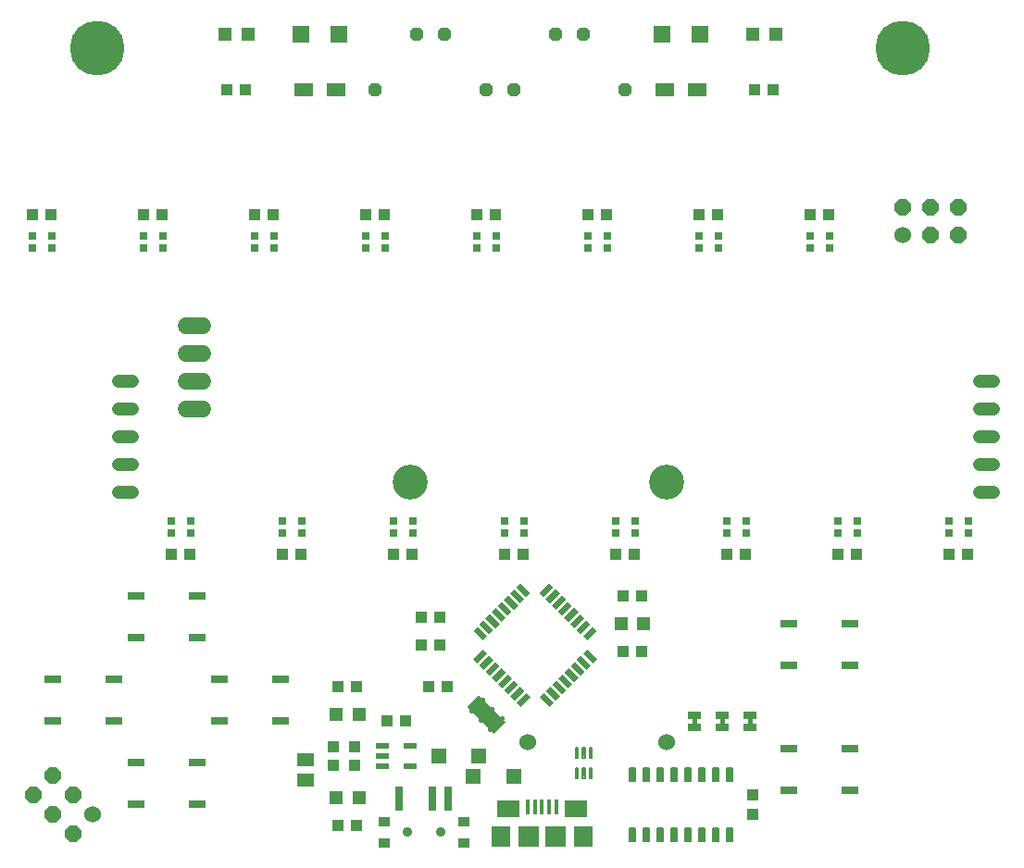
<source format=gbr>
G04 EAGLE Gerber RS-274X export*
G75*
%MOMM*%
%FSLAX34Y34*%
%LPD*%
%INSoldermask Top*%
%IPPOS*%
%AMOC8*
5,1,8,0,0,1.08239X$1,22.5*%
G01*
%ADD10C,5.000000*%
%ADD11R,1.100000X1.000000*%
%ADD12R,1.075000X1.000000*%
%ADD13R,1.500000X1.240000*%
%ADD14R,1.200000X1.200000*%
%ADD15R,1.400000X1.400000*%
%ADD16R,0.400000X1.350000*%
%ADD17R,2.100000X1.600000*%
%ADD18R,1.900000X1.900000*%
%ADD19R,1.800000X1.900000*%
%ADD20C,0.450000*%
%ADD21R,3.495041X1.534159*%
%ADD22R,1.000000X1.075000*%
%ADD23R,1.524000X0.762000*%
%ADD24C,1.219200*%
%ADD25R,1.270000X0.558800*%
%ADD26R,0.558800X1.270000*%
%ADD27R,0.700000X0.700000*%
%ADD28R,1.200000X0.550000*%
%ADD29R,0.762000X2.209800*%
%ADD30R,0.990600X0.812800*%
%ADD31C,0.900000*%
%ADD32C,1.524000*%
%ADD33C,3.200000*%
%ADD34C,0.155000*%
%ADD35C,0.195000*%
%ADD36C,1.524000*%
%ADD37R,1.270000X0.660400*%
%ADD38P,1.319650X8X202.500000*%
%ADD39P,1.319650X8X22.500000*%
%ADD40R,1.500000X1.500000*%
%ADD41R,1.800000X1.200000*%
%ADD42P,1.649562X8X22.500000*%
%ADD43P,1.649562X8X157.500000*%
%ADD44R,1.000000X1.100000*%

G36*
X674435Y118122D02*
X674435Y118122D01*
X674501Y118124D01*
X674544Y118142D01*
X674591Y118150D01*
X674648Y118184D01*
X674708Y118209D01*
X674743Y118240D01*
X674784Y118265D01*
X674826Y118316D01*
X674874Y118360D01*
X674896Y118402D01*
X674925Y118439D01*
X674946Y118501D01*
X674977Y118560D01*
X674985Y118614D01*
X674997Y118651D01*
X674996Y118691D01*
X675004Y118745D01*
X675004Y122555D01*
X674993Y122620D01*
X674991Y122686D01*
X674973Y122729D01*
X674965Y122776D01*
X674931Y122833D01*
X674906Y122893D01*
X674875Y122928D01*
X674850Y122969D01*
X674799Y123011D01*
X674755Y123059D01*
X674713Y123081D01*
X674676Y123110D01*
X674614Y123131D01*
X674555Y123162D01*
X674501Y123170D01*
X674464Y123182D01*
X674424Y123181D01*
X674370Y123189D01*
X671830Y123189D01*
X671765Y123178D01*
X671699Y123176D01*
X671656Y123158D01*
X671609Y123150D01*
X671552Y123116D01*
X671492Y123091D01*
X671457Y123060D01*
X671416Y123035D01*
X671375Y122984D01*
X671326Y122940D01*
X671304Y122898D01*
X671275Y122861D01*
X671254Y122799D01*
X671223Y122740D01*
X671215Y122686D01*
X671203Y122649D01*
X671203Y122645D01*
X671203Y122644D01*
X671204Y122609D01*
X671196Y122555D01*
X671196Y118745D01*
X671207Y118680D01*
X671209Y118614D01*
X671227Y118571D01*
X671235Y118524D01*
X671269Y118467D01*
X671294Y118407D01*
X671325Y118372D01*
X671350Y118331D01*
X671401Y118290D01*
X671445Y118241D01*
X671487Y118219D01*
X671524Y118190D01*
X671586Y118169D01*
X671645Y118138D01*
X671699Y118130D01*
X671736Y118118D01*
X671776Y118119D01*
X671830Y118111D01*
X674370Y118111D01*
X674435Y118122D01*
G37*
G36*
X649035Y118122D02*
X649035Y118122D01*
X649101Y118124D01*
X649144Y118142D01*
X649191Y118150D01*
X649248Y118184D01*
X649308Y118209D01*
X649343Y118240D01*
X649384Y118265D01*
X649426Y118316D01*
X649474Y118360D01*
X649496Y118402D01*
X649525Y118439D01*
X649546Y118501D01*
X649577Y118560D01*
X649585Y118614D01*
X649597Y118651D01*
X649596Y118691D01*
X649604Y118745D01*
X649604Y122555D01*
X649593Y122620D01*
X649591Y122686D01*
X649573Y122729D01*
X649565Y122776D01*
X649531Y122833D01*
X649506Y122893D01*
X649475Y122928D01*
X649450Y122969D01*
X649399Y123011D01*
X649355Y123059D01*
X649313Y123081D01*
X649276Y123110D01*
X649214Y123131D01*
X649155Y123162D01*
X649101Y123170D01*
X649064Y123182D01*
X649024Y123181D01*
X648970Y123189D01*
X646430Y123189D01*
X646365Y123178D01*
X646299Y123176D01*
X646256Y123158D01*
X646209Y123150D01*
X646152Y123116D01*
X646092Y123091D01*
X646057Y123060D01*
X646016Y123035D01*
X645975Y122984D01*
X645926Y122940D01*
X645904Y122898D01*
X645875Y122861D01*
X645854Y122799D01*
X645823Y122740D01*
X645815Y122686D01*
X645803Y122649D01*
X645803Y122645D01*
X645803Y122644D01*
X645804Y122609D01*
X645796Y122555D01*
X645796Y118745D01*
X645807Y118680D01*
X645809Y118614D01*
X645827Y118571D01*
X645835Y118524D01*
X645869Y118467D01*
X645894Y118407D01*
X645925Y118372D01*
X645950Y118331D01*
X646001Y118290D01*
X646045Y118241D01*
X646087Y118219D01*
X646124Y118190D01*
X646186Y118169D01*
X646245Y118138D01*
X646299Y118130D01*
X646336Y118118D01*
X646376Y118119D01*
X646430Y118111D01*
X648970Y118111D01*
X649035Y118122D01*
G37*
G36*
X623635Y118122D02*
X623635Y118122D01*
X623701Y118124D01*
X623744Y118142D01*
X623791Y118150D01*
X623848Y118184D01*
X623908Y118209D01*
X623943Y118240D01*
X623984Y118265D01*
X624026Y118316D01*
X624074Y118360D01*
X624096Y118402D01*
X624125Y118439D01*
X624146Y118501D01*
X624177Y118560D01*
X624185Y118614D01*
X624197Y118651D01*
X624196Y118691D01*
X624204Y118745D01*
X624204Y122555D01*
X624193Y122620D01*
X624191Y122686D01*
X624173Y122729D01*
X624165Y122776D01*
X624131Y122833D01*
X624106Y122893D01*
X624075Y122928D01*
X624050Y122969D01*
X623999Y123011D01*
X623955Y123059D01*
X623913Y123081D01*
X623876Y123110D01*
X623814Y123131D01*
X623755Y123162D01*
X623701Y123170D01*
X623664Y123182D01*
X623624Y123181D01*
X623570Y123189D01*
X621030Y123189D01*
X620965Y123178D01*
X620899Y123176D01*
X620856Y123158D01*
X620809Y123150D01*
X620752Y123116D01*
X620692Y123091D01*
X620657Y123060D01*
X620616Y123035D01*
X620575Y122984D01*
X620526Y122940D01*
X620504Y122898D01*
X620475Y122861D01*
X620454Y122799D01*
X620423Y122740D01*
X620415Y122686D01*
X620403Y122649D01*
X620403Y122645D01*
X620403Y122644D01*
X620404Y122609D01*
X620396Y122555D01*
X620396Y118745D01*
X620407Y118680D01*
X620409Y118614D01*
X620427Y118571D01*
X620435Y118524D01*
X620469Y118467D01*
X620494Y118407D01*
X620525Y118372D01*
X620550Y118331D01*
X620601Y118290D01*
X620645Y118241D01*
X620687Y118219D01*
X620724Y118190D01*
X620786Y118169D01*
X620845Y118138D01*
X620899Y118130D01*
X620936Y118118D01*
X620976Y118119D01*
X621030Y118111D01*
X623570Y118111D01*
X623635Y118122D01*
G37*
D10*
X76200Y736600D03*
X812800Y736600D03*
D11*
X573650Y234950D03*
X556650Y234950D03*
X389500Y215900D03*
X372500Y215900D03*
D12*
X296300Y152400D03*
X313300Y152400D03*
D13*
X266700Y66700D03*
X266700Y85700D03*
D11*
X395850Y152400D03*
X378850Y152400D03*
D14*
X294300Y127000D03*
X315300Y127000D03*
D15*
X387900Y88900D03*
X424900Y88900D03*
D14*
X294300Y50800D03*
X315300Y50800D03*
D16*
X482600Y41910D03*
X476100Y41910D03*
X489100Y41910D03*
X469600Y41910D03*
X495600Y41910D03*
D17*
X451600Y40660D03*
X513600Y40660D03*
D18*
X470600Y15160D03*
X494600Y15160D03*
D19*
X444600Y15160D03*
X520600Y15160D03*
D20*
X418171Y130341D02*
X428459Y140629D01*
X436944Y132144D02*
X426656Y121856D01*
X435141Y113371D02*
X445429Y123659D01*
D21*
G36*
X438696Y109220D02*
X413984Y133932D01*
X424832Y144780D01*
X449544Y120068D01*
X438696Y109220D01*
G37*
D12*
X296300Y25400D03*
X313300Y25400D03*
D22*
X292100Y97400D03*
X292100Y80400D03*
D11*
X389500Y190500D03*
X372500Y190500D03*
X556650Y184150D03*
X573650Y184150D03*
D22*
X311150Y80400D03*
X311150Y97400D03*
D23*
X764540Y171450D03*
X708660Y171450D03*
X764540Y209550D03*
X708660Y209550D03*
X764540Y57150D03*
X708660Y57150D03*
X764540Y95250D03*
X708660Y95250D03*
X111760Y234950D03*
X167640Y234950D03*
X111760Y196850D03*
X167640Y196850D03*
X111760Y82550D03*
X167640Y82550D03*
X111760Y44450D03*
X167640Y44450D03*
X35560Y158750D03*
X91440Y158750D03*
X35560Y120650D03*
X91440Y120650D03*
X187960Y158750D03*
X243840Y158750D03*
X187960Y120650D03*
X243840Y120650D03*
D24*
X882904Y431800D02*
X895096Y431800D01*
X895096Y406400D02*
X882904Y406400D01*
X882904Y381000D02*
X895096Y381000D01*
X895096Y355600D02*
X882904Y355600D01*
X882904Y330200D02*
X895096Y330200D01*
X107696Y330200D02*
X95504Y330200D01*
X95504Y355600D02*
X107696Y355600D01*
X107696Y381000D02*
X95504Y381000D01*
X95504Y406400D02*
X107696Y406400D01*
X107696Y431800D02*
X95504Y431800D01*
D25*
G36*
X432563Y182460D02*
X423584Y173481D01*
X419633Y177432D01*
X428612Y186411D01*
X432563Y182460D01*
G37*
G36*
X438220Y176803D02*
X429241Y167824D01*
X425290Y171775D01*
X434269Y180754D01*
X438220Y176803D01*
G37*
G36*
X443876Y171146D02*
X434897Y162167D01*
X430946Y166118D01*
X439925Y175097D01*
X443876Y171146D01*
G37*
G36*
X449533Y165489D02*
X440554Y156510D01*
X436603Y160461D01*
X445582Y169440D01*
X449533Y165489D01*
G37*
G36*
X455190Y159832D02*
X446211Y150853D01*
X442260Y154804D01*
X451239Y163783D01*
X455190Y159832D01*
G37*
G36*
X460847Y154175D02*
X451868Y145196D01*
X447917Y149147D01*
X456896Y158126D01*
X460847Y154175D01*
G37*
G36*
X466504Y148519D02*
X457525Y139540D01*
X453574Y143491D01*
X462553Y152470D01*
X466504Y148519D01*
G37*
G36*
X472161Y142862D02*
X463182Y133883D01*
X459231Y137834D01*
X468210Y146813D01*
X472161Y142862D01*
G37*
D26*
G36*
X493269Y137834D02*
X489318Y133883D01*
X480339Y142862D01*
X484290Y146813D01*
X493269Y137834D01*
G37*
G36*
X498926Y143491D02*
X494975Y139540D01*
X485996Y148519D01*
X489947Y152470D01*
X498926Y143491D01*
G37*
G36*
X504583Y149147D02*
X500632Y145196D01*
X491653Y154175D01*
X495604Y158126D01*
X504583Y149147D01*
G37*
G36*
X510240Y154804D02*
X506289Y150853D01*
X497310Y159832D01*
X501261Y163783D01*
X510240Y154804D01*
G37*
G36*
X515897Y160461D02*
X511946Y156510D01*
X502967Y165489D01*
X506918Y169440D01*
X515897Y160461D01*
G37*
G36*
X521554Y166118D02*
X517603Y162167D01*
X508624Y171146D01*
X512575Y175097D01*
X521554Y166118D01*
G37*
G36*
X527210Y171775D02*
X523259Y167824D01*
X514280Y176803D01*
X518231Y180754D01*
X527210Y171775D01*
G37*
G36*
X532867Y177432D02*
X528916Y173481D01*
X519937Y182460D01*
X523888Y186411D01*
X532867Y177432D01*
G37*
D25*
G36*
X532867Y203568D02*
X523888Y194589D01*
X519937Y198540D01*
X528916Y207519D01*
X532867Y203568D01*
G37*
G36*
X527210Y209225D02*
X518231Y200246D01*
X514280Y204197D01*
X523259Y213176D01*
X527210Y209225D01*
G37*
G36*
X521554Y214882D02*
X512575Y205903D01*
X508624Y209854D01*
X517603Y218833D01*
X521554Y214882D01*
G37*
G36*
X515897Y220539D02*
X506918Y211560D01*
X502967Y215511D01*
X511946Y224490D01*
X515897Y220539D01*
G37*
G36*
X510240Y226196D02*
X501261Y217217D01*
X497310Y221168D01*
X506289Y230147D01*
X510240Y226196D01*
G37*
G36*
X504583Y231853D02*
X495604Y222874D01*
X491653Y226825D01*
X500632Y235804D01*
X504583Y231853D01*
G37*
G36*
X498926Y237509D02*
X489947Y228530D01*
X485996Y232481D01*
X494975Y241460D01*
X498926Y237509D01*
G37*
G36*
X493269Y243166D02*
X484290Y234187D01*
X480339Y238138D01*
X489318Y247117D01*
X493269Y243166D01*
G37*
D26*
G36*
X472161Y238138D02*
X468210Y234187D01*
X459231Y243166D01*
X463182Y247117D01*
X472161Y238138D01*
G37*
G36*
X466504Y232481D02*
X462553Y228530D01*
X453574Y237509D01*
X457525Y241460D01*
X466504Y232481D01*
G37*
G36*
X460847Y226825D02*
X456896Y222874D01*
X447917Y231853D01*
X451868Y235804D01*
X460847Y226825D01*
G37*
G36*
X455190Y221168D02*
X451239Y217217D01*
X442260Y226196D01*
X446211Y230147D01*
X455190Y221168D01*
G37*
G36*
X449533Y215511D02*
X445582Y211560D01*
X436603Y220539D01*
X440554Y224490D01*
X449533Y215511D01*
G37*
G36*
X443876Y209854D02*
X439925Y205903D01*
X430946Y214882D01*
X434897Y218833D01*
X443876Y209854D01*
G37*
G36*
X438220Y204197D02*
X434269Y200246D01*
X425290Y209225D01*
X429241Y213176D01*
X438220Y204197D01*
G37*
G36*
X432563Y198540D02*
X428612Y194589D01*
X419633Y203568D01*
X423584Y207519D01*
X432563Y198540D01*
G37*
D27*
X321050Y564300D03*
X321050Y553300D03*
X339350Y553300D03*
X339350Y564300D03*
X422650Y564300D03*
X422650Y553300D03*
X440950Y553300D03*
X440950Y564300D03*
X524250Y564300D03*
X524250Y553300D03*
X542550Y553300D03*
X542550Y564300D03*
X625850Y564300D03*
X625850Y553300D03*
X644150Y553300D03*
X644150Y564300D03*
X727450Y564300D03*
X727450Y553300D03*
X745750Y553300D03*
X745750Y564300D03*
X872750Y292950D03*
X872750Y303950D03*
X854450Y303950D03*
X854450Y292950D03*
X771150Y292950D03*
X771150Y303950D03*
X752850Y303950D03*
X752850Y292950D03*
X669550Y292950D03*
X669550Y303950D03*
X651250Y303950D03*
X651250Y292950D03*
X567950Y292950D03*
X567950Y303950D03*
X549650Y303950D03*
X549650Y292950D03*
X466350Y292950D03*
X466350Y303950D03*
X448050Y303950D03*
X448050Y292950D03*
D28*
X336249Y98400D03*
X336249Y88900D03*
X336249Y79400D03*
X362251Y79400D03*
X362251Y98400D03*
D27*
X364750Y292950D03*
X364750Y303950D03*
X346450Y303950D03*
X346450Y292950D03*
X16250Y564300D03*
X16250Y553300D03*
X34550Y553300D03*
X34550Y564300D03*
X117850Y564300D03*
X117850Y553300D03*
X136150Y553300D03*
X136150Y564300D03*
D29*
X397150Y50057D03*
X382150Y50057D03*
X352150Y50057D03*
D30*
X338150Y9400D03*
X338150Y28700D03*
X411150Y9400D03*
X411150Y28700D03*
D31*
X359664Y19050D03*
X389636Y19050D03*
D32*
X596900Y101600D03*
X469900Y101600D03*
D33*
X596900Y339090D03*
X361950Y339090D03*
D34*
X651725Y77725D02*
X651725Y66175D01*
X651725Y77725D02*
X656375Y77725D01*
X656375Y66175D01*
X651725Y66175D01*
X651725Y67647D02*
X656375Y67647D01*
X656375Y69119D02*
X651725Y69119D01*
X651725Y70591D02*
X656375Y70591D01*
X656375Y72063D02*
X651725Y72063D01*
X651725Y73535D02*
X656375Y73535D01*
X656375Y75007D02*
X651725Y75007D01*
X651725Y76479D02*
X656375Y76479D01*
X639025Y77725D02*
X639025Y66175D01*
X639025Y77725D02*
X643675Y77725D01*
X643675Y66175D01*
X639025Y66175D01*
X639025Y67647D02*
X643675Y67647D01*
X643675Y69119D02*
X639025Y69119D01*
X639025Y70591D02*
X643675Y70591D01*
X643675Y72063D02*
X639025Y72063D01*
X639025Y73535D02*
X643675Y73535D01*
X643675Y75007D02*
X639025Y75007D01*
X639025Y76479D02*
X643675Y76479D01*
X626325Y77725D02*
X626325Y66175D01*
X626325Y77725D02*
X630975Y77725D01*
X630975Y66175D01*
X626325Y66175D01*
X626325Y67647D02*
X630975Y67647D01*
X630975Y69119D02*
X626325Y69119D01*
X626325Y70591D02*
X630975Y70591D01*
X630975Y72063D02*
X626325Y72063D01*
X626325Y73535D02*
X630975Y73535D01*
X630975Y75007D02*
X626325Y75007D01*
X626325Y76479D02*
X630975Y76479D01*
X613625Y77725D02*
X613625Y66175D01*
X613625Y77725D02*
X618275Y77725D01*
X618275Y66175D01*
X613625Y66175D01*
X613625Y67647D02*
X618275Y67647D01*
X618275Y69119D02*
X613625Y69119D01*
X613625Y70591D02*
X618275Y70591D01*
X618275Y72063D02*
X613625Y72063D01*
X613625Y73535D02*
X618275Y73535D01*
X618275Y75007D02*
X613625Y75007D01*
X613625Y76479D02*
X618275Y76479D01*
X600925Y77725D02*
X600925Y66175D01*
X600925Y77725D02*
X605575Y77725D01*
X605575Y66175D01*
X600925Y66175D01*
X600925Y67647D02*
X605575Y67647D01*
X605575Y69119D02*
X600925Y69119D01*
X600925Y70591D02*
X605575Y70591D01*
X605575Y72063D02*
X600925Y72063D01*
X600925Y73535D02*
X605575Y73535D01*
X605575Y75007D02*
X600925Y75007D01*
X600925Y76479D02*
X605575Y76479D01*
X588225Y77725D02*
X588225Y66175D01*
X588225Y77725D02*
X592875Y77725D01*
X592875Y66175D01*
X588225Y66175D01*
X588225Y67647D02*
X592875Y67647D01*
X592875Y69119D02*
X588225Y69119D01*
X588225Y70591D02*
X592875Y70591D01*
X592875Y72063D02*
X588225Y72063D01*
X588225Y73535D02*
X592875Y73535D01*
X592875Y75007D02*
X588225Y75007D01*
X588225Y76479D02*
X592875Y76479D01*
X575525Y77725D02*
X575525Y66175D01*
X575525Y77725D02*
X580175Y77725D01*
X580175Y66175D01*
X575525Y66175D01*
X575525Y67647D02*
X580175Y67647D01*
X580175Y69119D02*
X575525Y69119D01*
X575525Y70591D02*
X580175Y70591D01*
X580175Y72063D02*
X575525Y72063D01*
X575525Y73535D02*
X580175Y73535D01*
X580175Y75007D02*
X575525Y75007D01*
X575525Y76479D02*
X580175Y76479D01*
X562825Y77725D02*
X562825Y66175D01*
X562825Y77725D02*
X567475Y77725D01*
X567475Y66175D01*
X562825Y66175D01*
X562825Y67647D02*
X567475Y67647D01*
X567475Y69119D02*
X562825Y69119D01*
X562825Y70591D02*
X567475Y70591D01*
X567475Y72063D02*
X562825Y72063D01*
X562825Y73535D02*
X567475Y73535D01*
X567475Y75007D02*
X562825Y75007D01*
X562825Y76479D02*
X567475Y76479D01*
X562825Y22725D02*
X562825Y11175D01*
X562825Y22725D02*
X567475Y22725D01*
X567475Y11175D01*
X562825Y11175D01*
X562825Y12647D02*
X567475Y12647D01*
X567475Y14119D02*
X562825Y14119D01*
X562825Y15591D02*
X567475Y15591D01*
X567475Y17063D02*
X562825Y17063D01*
X562825Y18535D02*
X567475Y18535D01*
X567475Y20007D02*
X562825Y20007D01*
X562825Y21479D02*
X567475Y21479D01*
X575525Y22725D02*
X575525Y11175D01*
X575525Y22725D02*
X580175Y22725D01*
X580175Y11175D01*
X575525Y11175D01*
X575525Y12647D02*
X580175Y12647D01*
X580175Y14119D02*
X575525Y14119D01*
X575525Y15591D02*
X580175Y15591D01*
X580175Y17063D02*
X575525Y17063D01*
X575525Y18535D02*
X580175Y18535D01*
X580175Y20007D02*
X575525Y20007D01*
X575525Y21479D02*
X580175Y21479D01*
X588225Y22725D02*
X588225Y11175D01*
X588225Y22725D02*
X592875Y22725D01*
X592875Y11175D01*
X588225Y11175D01*
X588225Y12647D02*
X592875Y12647D01*
X592875Y14119D02*
X588225Y14119D01*
X588225Y15591D02*
X592875Y15591D01*
X592875Y17063D02*
X588225Y17063D01*
X588225Y18535D02*
X592875Y18535D01*
X592875Y20007D02*
X588225Y20007D01*
X588225Y21479D02*
X592875Y21479D01*
X600925Y22725D02*
X600925Y11175D01*
X600925Y22725D02*
X605575Y22725D01*
X605575Y11175D01*
X600925Y11175D01*
X600925Y12647D02*
X605575Y12647D01*
X605575Y14119D02*
X600925Y14119D01*
X600925Y15591D02*
X605575Y15591D01*
X605575Y17063D02*
X600925Y17063D01*
X600925Y18535D02*
X605575Y18535D01*
X605575Y20007D02*
X600925Y20007D01*
X600925Y21479D02*
X605575Y21479D01*
X613625Y22725D02*
X613625Y11175D01*
X613625Y22725D02*
X618275Y22725D01*
X618275Y11175D01*
X613625Y11175D01*
X613625Y12647D02*
X618275Y12647D01*
X618275Y14119D02*
X613625Y14119D01*
X613625Y15591D02*
X618275Y15591D01*
X618275Y17063D02*
X613625Y17063D01*
X613625Y18535D02*
X618275Y18535D01*
X618275Y20007D02*
X613625Y20007D01*
X613625Y21479D02*
X618275Y21479D01*
X626325Y22725D02*
X626325Y11175D01*
X626325Y22725D02*
X630975Y22725D01*
X630975Y11175D01*
X626325Y11175D01*
X626325Y12647D02*
X630975Y12647D01*
X630975Y14119D02*
X626325Y14119D01*
X626325Y15591D02*
X630975Y15591D01*
X630975Y17063D02*
X626325Y17063D01*
X626325Y18535D02*
X630975Y18535D01*
X630975Y20007D02*
X626325Y20007D01*
X626325Y21479D02*
X630975Y21479D01*
X639025Y22725D02*
X639025Y11175D01*
X639025Y22725D02*
X643675Y22725D01*
X643675Y11175D01*
X639025Y11175D01*
X639025Y12647D02*
X643675Y12647D01*
X643675Y14119D02*
X639025Y14119D01*
X639025Y15591D02*
X643675Y15591D01*
X643675Y17063D02*
X639025Y17063D01*
X639025Y18535D02*
X643675Y18535D01*
X643675Y20007D02*
X639025Y20007D01*
X639025Y21479D02*
X643675Y21479D01*
X651725Y22725D02*
X651725Y11175D01*
X651725Y22725D02*
X656375Y22725D01*
X656375Y11175D01*
X651725Y11175D01*
X651725Y12647D02*
X656375Y12647D01*
X656375Y14119D02*
X651725Y14119D01*
X651725Y15591D02*
X656375Y15591D01*
X656375Y17063D02*
X651725Y17063D01*
X651725Y18535D02*
X656375Y18535D01*
X656375Y20007D02*
X651725Y20007D01*
X651725Y21479D02*
X656375Y21479D01*
D35*
X526225Y87575D02*
X526225Y96225D01*
X528175Y96225D01*
X528175Y87575D01*
X526225Y87575D01*
X526225Y89427D02*
X528175Y89427D01*
X528175Y91279D02*
X526225Y91279D01*
X526225Y93131D02*
X528175Y93131D01*
X528175Y94983D02*
X526225Y94983D01*
X519725Y96225D02*
X519725Y87575D01*
X519725Y96225D02*
X521675Y96225D01*
X521675Y87575D01*
X519725Y87575D01*
X519725Y89427D02*
X521675Y89427D01*
X521675Y91279D02*
X519725Y91279D01*
X519725Y93131D02*
X521675Y93131D01*
X521675Y94983D02*
X519725Y94983D01*
X513225Y96225D02*
X513225Y87575D01*
X513225Y96225D02*
X515175Y96225D01*
X515175Y87575D01*
X513225Y87575D01*
X513225Y89427D02*
X515175Y89427D01*
X515175Y91279D02*
X513225Y91279D01*
X513225Y93131D02*
X515175Y93131D01*
X515175Y94983D02*
X513225Y94983D01*
X513225Y77525D02*
X513225Y68875D01*
X513225Y77525D02*
X515175Y77525D01*
X515175Y68875D01*
X513225Y68875D01*
X513225Y70727D02*
X515175Y70727D01*
X515175Y72579D02*
X513225Y72579D01*
X513225Y74431D02*
X515175Y74431D01*
X515175Y76283D02*
X513225Y76283D01*
X519725Y77525D02*
X519725Y68875D01*
X519725Y77525D02*
X521675Y77525D01*
X521675Y68875D01*
X519725Y68875D01*
X519725Y70727D02*
X521675Y70727D01*
X521675Y72579D02*
X519725Y72579D01*
X519725Y74431D02*
X521675Y74431D01*
X521675Y76283D02*
X519725Y76283D01*
X526225Y77525D02*
X526225Y68875D01*
X526225Y77525D02*
X528175Y77525D01*
X528175Y68875D01*
X526225Y68875D01*
X526225Y70727D02*
X528175Y70727D01*
X528175Y72579D02*
X526225Y72579D01*
X526225Y74431D02*
X528175Y74431D01*
X528175Y76283D02*
X526225Y76283D01*
D27*
X219450Y564300D03*
X219450Y553300D03*
X237750Y553300D03*
X237750Y564300D03*
D36*
X172720Y482600D02*
X157480Y482600D01*
X157480Y457200D02*
X172720Y457200D01*
X172720Y431800D02*
X157480Y431800D01*
X157480Y406400D02*
X172720Y406400D01*
D27*
X263150Y292950D03*
X263150Y303950D03*
X244850Y303950D03*
X244850Y292950D03*
X161550Y292950D03*
X161550Y303950D03*
X143250Y303950D03*
X143250Y292950D03*
D14*
X575650Y209550D03*
X554650Y209550D03*
D11*
X33900Y584200D03*
X16900Y584200D03*
X135500Y584200D03*
X118500Y584200D03*
X237100Y584200D03*
X220100Y584200D03*
X338700Y584200D03*
X321700Y584200D03*
X440300Y584200D03*
X423300Y584200D03*
X541900Y584200D03*
X524900Y584200D03*
X643500Y584200D03*
X626500Y584200D03*
X745100Y584200D03*
X728100Y584200D03*
X855100Y273050D03*
X872100Y273050D03*
X753500Y273050D03*
X770500Y273050D03*
X651900Y273050D03*
X668900Y273050D03*
X550300Y273050D03*
X567300Y273050D03*
X448700Y273050D03*
X465700Y273050D03*
X347100Y273050D03*
X364100Y273050D03*
X245500Y273050D03*
X262500Y273050D03*
X143900Y273050D03*
X160900Y273050D03*
D15*
X419650Y69850D03*
X456650Y69850D03*
D37*
X622300Y125857D03*
X622300Y115443D03*
X647700Y125857D03*
X647700Y115443D03*
X673100Y125857D03*
X673100Y115443D03*
D38*
X431800Y698500D03*
X330200Y698500D03*
X558800Y698500D03*
X457200Y698500D03*
D39*
X368300Y749300D03*
X393700Y749300D03*
X495300Y749300D03*
X520700Y749300D03*
D40*
X627100Y749300D03*
X592100Y749300D03*
X296900Y749300D03*
X261900Y749300D03*
D41*
X264410Y698500D03*
X294390Y698500D03*
X594610Y698500D03*
X624590Y698500D03*
D14*
X213700Y749300D03*
X192700Y749300D03*
D12*
X211700Y698500D03*
X194700Y698500D03*
D14*
X696300Y749300D03*
X675300Y749300D03*
D12*
X694300Y698500D03*
X677300Y698500D03*
D32*
X812800Y565150D03*
D42*
X838200Y565150D03*
X863600Y565150D03*
X812800Y590550D03*
X838200Y590550D03*
X863600Y590550D03*
D32*
X71391Y35470D03*
D43*
X53430Y53430D03*
X35470Y71391D03*
X53430Y17509D03*
X35470Y35470D03*
X17509Y53430D03*
D44*
X675640Y52950D03*
X675640Y35950D03*
D12*
X340750Y120650D03*
X357750Y120650D03*
M02*

</source>
